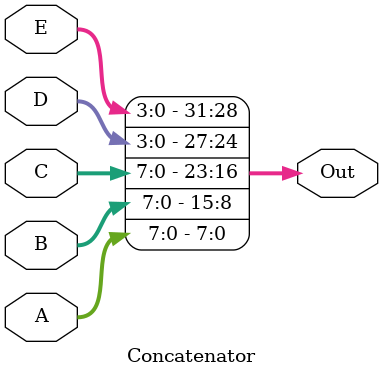
<source format=sv>
module Concatenator
  #(parameter INBITS=8)
  (A,B,C,D,E,Out);
  input [INBITS-1:0]A;
  input [INBITS-1:0]B;
  input [INBITS-1:0]C;
  input [3:0]D;
  input [3:0]E;
  output [INBITS*3+8-1:0]Out;
  
  assign Out={E,D,C,B,A};
  
endmodule

</source>
